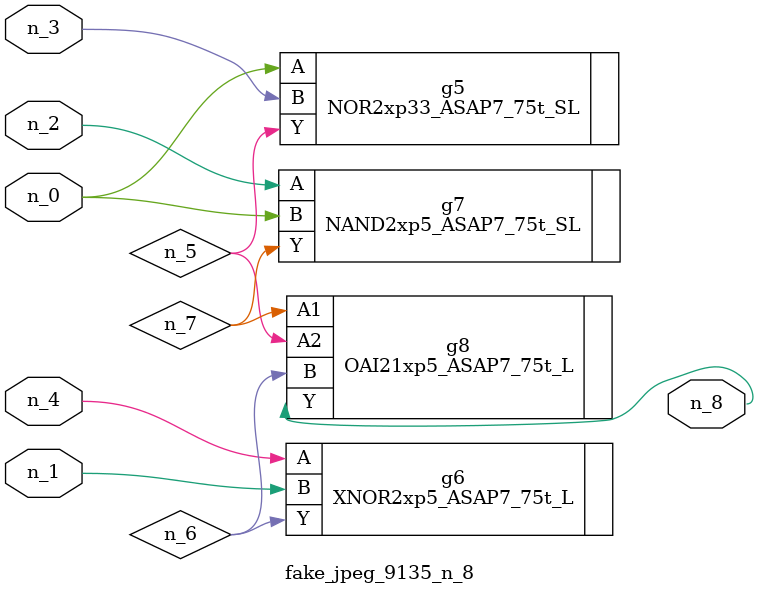
<source format=v>
module fake_jpeg_9135_n_8 (n_3, n_2, n_1, n_0, n_4, n_8);

input n_3;
input n_2;
input n_1;
input n_0;
input n_4;

output n_8;

wire n_6;
wire n_5;
wire n_7;

NOR2xp33_ASAP7_75t_SL g5 ( 
.A(n_0),
.B(n_3),
.Y(n_5)
);

XNOR2xp5_ASAP7_75t_L g6 ( 
.A(n_4),
.B(n_1),
.Y(n_6)
);

NAND2xp5_ASAP7_75t_SL g7 ( 
.A(n_2),
.B(n_0),
.Y(n_7)
);

OAI21xp5_ASAP7_75t_L g8 ( 
.A1(n_7),
.A2(n_5),
.B(n_6),
.Y(n_8)
);


endmodule
</source>
